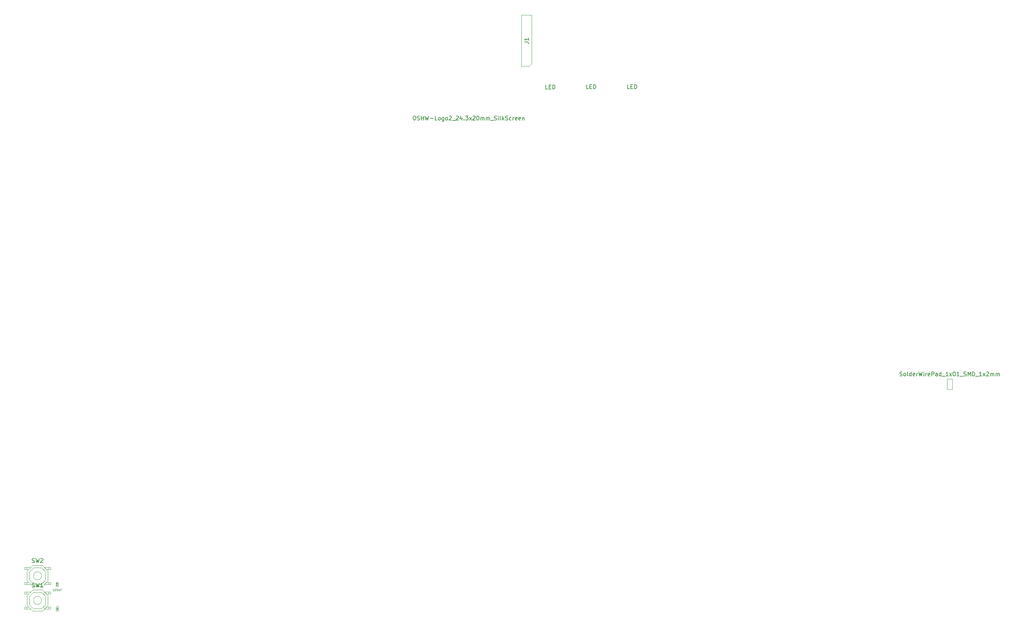
<source format=gbr>
G04 #@! TF.GenerationSoftware,KiCad,Pcbnew,9.0.0*
G04 #@! TF.CreationDate,2025-04-22T01:26:24+02:00*
G04 #@! TF.ProjectId,takt11800,74616b74-3131-4383-9030-2e6b69636164,1.0.0*
G04 #@! TF.SameCoordinates,Original*
G04 #@! TF.FileFunction,AssemblyDrawing,Top*
%FSLAX46Y46*%
G04 Gerber Fmt 4.6, Leading zero omitted, Abs format (unit mm)*
G04 Created by KiCad (PCBNEW 9.0.0) date 2025-04-22 01:26:24*
%MOMM*%
%LPD*%
G01*
G04 APERTURE LIST*
%ADD10C,0.150000*%
%ADD11C,0.040000*%
%ADD12C,0.050000*%
%ADD13C,0.100000*%
G04 APERTURE END LIST*
D10*
X296227142Y-89944819D02*
X295750952Y-89944819D01*
X295750952Y-89944819D02*
X295750952Y-88944819D01*
X296560476Y-89421009D02*
X296893809Y-89421009D01*
X297036666Y-89944819D02*
X296560476Y-89944819D01*
X296560476Y-89944819D02*
X296560476Y-88944819D01*
X296560476Y-88944819D02*
X297036666Y-88944819D01*
X297465238Y-89944819D02*
X297465238Y-88944819D01*
X297465238Y-88944819D02*
X297703333Y-88944819D01*
X297703333Y-88944819D02*
X297846190Y-88992438D01*
X297846190Y-88992438D02*
X297941428Y-89087676D01*
X297941428Y-89087676D02*
X297989047Y-89182914D01*
X297989047Y-89182914D02*
X298036666Y-89373390D01*
X298036666Y-89373390D02*
X298036666Y-89516247D01*
X298036666Y-89516247D02*
X297989047Y-89706723D01*
X297989047Y-89706723D02*
X297941428Y-89801961D01*
X297941428Y-89801961D02*
X297846190Y-89897200D01*
X297846190Y-89897200D02*
X297703333Y-89944819D01*
X297703333Y-89944819D02*
X297465238Y-89944819D01*
X306317142Y-89904819D02*
X305840952Y-89904819D01*
X305840952Y-89904819D02*
X305840952Y-88904819D01*
X306650476Y-89381009D02*
X306983809Y-89381009D01*
X307126666Y-89904819D02*
X306650476Y-89904819D01*
X306650476Y-89904819D02*
X306650476Y-88904819D01*
X306650476Y-88904819D02*
X307126666Y-88904819D01*
X307555238Y-89904819D02*
X307555238Y-88904819D01*
X307555238Y-88904819D02*
X307793333Y-88904819D01*
X307793333Y-88904819D02*
X307936190Y-88952438D01*
X307936190Y-88952438D02*
X308031428Y-89047676D01*
X308031428Y-89047676D02*
X308079047Y-89142914D01*
X308079047Y-89142914D02*
X308126666Y-89333390D01*
X308126666Y-89333390D02*
X308126666Y-89476247D01*
X308126666Y-89476247D02*
X308079047Y-89666723D01*
X308079047Y-89666723D02*
X308031428Y-89761961D01*
X308031428Y-89761961D02*
X307936190Y-89857200D01*
X307936190Y-89857200D02*
X307793333Y-89904819D01*
X307793333Y-89904819D02*
X307555238Y-89904819D01*
X316477142Y-89904819D02*
X316000952Y-89904819D01*
X316000952Y-89904819D02*
X316000952Y-88904819D01*
X316810476Y-89381009D02*
X317143809Y-89381009D01*
X317286666Y-89904819D02*
X316810476Y-89904819D01*
X316810476Y-89904819D02*
X316810476Y-88904819D01*
X316810476Y-88904819D02*
X317286666Y-88904819D01*
X317715238Y-89904819D02*
X317715238Y-88904819D01*
X317715238Y-88904819D02*
X317953333Y-88904819D01*
X317953333Y-88904819D02*
X318096190Y-88952438D01*
X318096190Y-88952438D02*
X318191428Y-89047676D01*
X318191428Y-89047676D02*
X318239047Y-89142914D01*
X318239047Y-89142914D02*
X318286666Y-89333390D01*
X318286666Y-89333390D02*
X318286666Y-89476247D01*
X318286666Y-89476247D02*
X318239047Y-89666723D01*
X318239047Y-89666723D02*
X318191428Y-89761961D01*
X318191428Y-89761961D02*
X318096190Y-89857200D01*
X318096190Y-89857200D02*
X317953333Y-89904819D01*
X317953333Y-89904819D02*
X317715238Y-89904819D01*
X168466669Y-213547196D02*
X168609526Y-213594815D01*
X168609526Y-213594815D02*
X168847621Y-213594815D01*
X168847621Y-213594815D02*
X168942859Y-213547196D01*
X168942859Y-213547196D02*
X168990478Y-213499576D01*
X168990478Y-213499576D02*
X169038097Y-213404338D01*
X169038097Y-213404338D02*
X169038097Y-213309100D01*
X169038097Y-213309100D02*
X168990478Y-213213862D01*
X168990478Y-213213862D02*
X168942859Y-213166243D01*
X168942859Y-213166243D02*
X168847621Y-213118624D01*
X168847621Y-213118624D02*
X168657145Y-213071005D01*
X168657145Y-213071005D02*
X168561907Y-213023386D01*
X168561907Y-213023386D02*
X168514288Y-212975767D01*
X168514288Y-212975767D02*
X168466669Y-212880529D01*
X168466669Y-212880529D02*
X168466669Y-212785291D01*
X168466669Y-212785291D02*
X168514288Y-212690053D01*
X168514288Y-212690053D02*
X168561907Y-212642434D01*
X168561907Y-212642434D02*
X168657145Y-212594815D01*
X168657145Y-212594815D02*
X168895240Y-212594815D01*
X168895240Y-212594815D02*
X169038097Y-212642434D01*
X169371431Y-212594815D02*
X169609526Y-213594815D01*
X169609526Y-213594815D02*
X169800002Y-212880529D01*
X169800002Y-212880529D02*
X169990478Y-213594815D01*
X169990478Y-213594815D02*
X170228574Y-212594815D01*
X171133335Y-213594815D02*
X170561907Y-213594815D01*
X170847621Y-213594815D02*
X170847621Y-212594815D01*
X170847621Y-212594815D02*
X170752383Y-212737672D01*
X170752383Y-212737672D02*
X170657145Y-212832910D01*
X170657145Y-212832910D02*
X170561907Y-212880529D01*
X290464819Y-78293333D02*
X291179104Y-78293333D01*
X291179104Y-78293333D02*
X291321961Y-78340952D01*
X291321961Y-78340952D02*
X291417200Y-78436190D01*
X291417200Y-78436190D02*
X291464819Y-78579047D01*
X291464819Y-78579047D02*
X291464819Y-78674285D01*
X291464819Y-77293333D02*
X291464819Y-77864761D01*
X291464819Y-77579047D02*
X290464819Y-77579047D01*
X290464819Y-77579047D02*
X290607676Y-77674285D01*
X290607676Y-77674285D02*
X290702914Y-77769523D01*
X290702914Y-77769523D02*
X290750533Y-77864761D01*
D11*
X174808200Y-218993332D02*
X174684391Y-219079999D01*
X174808200Y-219141904D02*
X174548200Y-219141904D01*
X174548200Y-219141904D02*
X174548200Y-219042856D01*
X174548200Y-219042856D02*
X174560581Y-219018094D01*
X174560581Y-219018094D02*
X174572962Y-219005713D01*
X174572962Y-219005713D02*
X174597724Y-218993332D01*
X174597724Y-218993332D02*
X174634867Y-218993332D01*
X174634867Y-218993332D02*
X174659629Y-219005713D01*
X174659629Y-219005713D02*
X174672010Y-219018094D01*
X174672010Y-219018094D02*
X174684391Y-219042856D01*
X174684391Y-219042856D02*
X174684391Y-219141904D01*
X174548200Y-218770475D02*
X174548200Y-218819999D01*
X174548200Y-218819999D02*
X174560581Y-218844761D01*
X174560581Y-218844761D02*
X174572962Y-218857142D01*
X174572962Y-218857142D02*
X174610105Y-218881904D01*
X174610105Y-218881904D02*
X174659629Y-218894285D01*
X174659629Y-218894285D02*
X174758677Y-218894285D01*
X174758677Y-218894285D02*
X174783439Y-218881904D01*
X174783439Y-218881904D02*
X174795820Y-218869523D01*
X174795820Y-218869523D02*
X174808200Y-218844761D01*
X174808200Y-218844761D02*
X174808200Y-218795237D01*
X174808200Y-218795237D02*
X174795820Y-218770475D01*
X174795820Y-218770475D02*
X174783439Y-218758094D01*
X174783439Y-218758094D02*
X174758677Y-218745713D01*
X174758677Y-218745713D02*
X174696772Y-218745713D01*
X174696772Y-218745713D02*
X174672010Y-218758094D01*
X174672010Y-218758094D02*
X174659629Y-218770475D01*
X174659629Y-218770475D02*
X174647248Y-218795237D01*
X174647248Y-218795237D02*
X174647248Y-218844761D01*
X174647248Y-218844761D02*
X174659629Y-218869523D01*
X174659629Y-218869523D02*
X174672010Y-218881904D01*
X174672010Y-218881904D02*
X174696772Y-218894285D01*
D10*
X263102380Y-96674819D02*
X263292856Y-96674819D01*
X263292856Y-96674819D02*
X263388094Y-96722438D01*
X263388094Y-96722438D02*
X263483332Y-96817676D01*
X263483332Y-96817676D02*
X263530951Y-97008152D01*
X263530951Y-97008152D02*
X263530951Y-97341485D01*
X263530951Y-97341485D02*
X263483332Y-97531961D01*
X263483332Y-97531961D02*
X263388094Y-97627200D01*
X263388094Y-97627200D02*
X263292856Y-97674819D01*
X263292856Y-97674819D02*
X263102380Y-97674819D01*
X263102380Y-97674819D02*
X263007142Y-97627200D01*
X263007142Y-97627200D02*
X262911904Y-97531961D01*
X262911904Y-97531961D02*
X262864285Y-97341485D01*
X262864285Y-97341485D02*
X262864285Y-97008152D01*
X262864285Y-97008152D02*
X262911904Y-96817676D01*
X262911904Y-96817676D02*
X263007142Y-96722438D01*
X263007142Y-96722438D02*
X263102380Y-96674819D01*
X263911904Y-97627200D02*
X264054761Y-97674819D01*
X264054761Y-97674819D02*
X264292856Y-97674819D01*
X264292856Y-97674819D02*
X264388094Y-97627200D01*
X264388094Y-97627200D02*
X264435713Y-97579580D01*
X264435713Y-97579580D02*
X264483332Y-97484342D01*
X264483332Y-97484342D02*
X264483332Y-97389104D01*
X264483332Y-97389104D02*
X264435713Y-97293866D01*
X264435713Y-97293866D02*
X264388094Y-97246247D01*
X264388094Y-97246247D02*
X264292856Y-97198628D01*
X264292856Y-97198628D02*
X264102380Y-97151009D01*
X264102380Y-97151009D02*
X264007142Y-97103390D01*
X264007142Y-97103390D02*
X263959523Y-97055771D01*
X263959523Y-97055771D02*
X263911904Y-96960533D01*
X263911904Y-96960533D02*
X263911904Y-96865295D01*
X263911904Y-96865295D02*
X263959523Y-96770057D01*
X263959523Y-96770057D02*
X264007142Y-96722438D01*
X264007142Y-96722438D02*
X264102380Y-96674819D01*
X264102380Y-96674819D02*
X264340475Y-96674819D01*
X264340475Y-96674819D02*
X264483332Y-96722438D01*
X264911904Y-97674819D02*
X264911904Y-96674819D01*
X264911904Y-97151009D02*
X265483332Y-97151009D01*
X265483332Y-97674819D02*
X265483332Y-96674819D01*
X265864285Y-96674819D02*
X266102380Y-97674819D01*
X266102380Y-97674819D02*
X266292856Y-96960533D01*
X266292856Y-96960533D02*
X266483332Y-97674819D01*
X266483332Y-97674819D02*
X266721428Y-96674819D01*
X267102380Y-97293866D02*
X267864285Y-97293866D01*
X268816665Y-97674819D02*
X268340475Y-97674819D01*
X268340475Y-97674819D02*
X268340475Y-96674819D01*
X269292856Y-97674819D02*
X269197618Y-97627200D01*
X269197618Y-97627200D02*
X269149999Y-97579580D01*
X269149999Y-97579580D02*
X269102380Y-97484342D01*
X269102380Y-97484342D02*
X269102380Y-97198628D01*
X269102380Y-97198628D02*
X269149999Y-97103390D01*
X269149999Y-97103390D02*
X269197618Y-97055771D01*
X269197618Y-97055771D02*
X269292856Y-97008152D01*
X269292856Y-97008152D02*
X269435713Y-97008152D01*
X269435713Y-97008152D02*
X269530951Y-97055771D01*
X269530951Y-97055771D02*
X269578570Y-97103390D01*
X269578570Y-97103390D02*
X269626189Y-97198628D01*
X269626189Y-97198628D02*
X269626189Y-97484342D01*
X269626189Y-97484342D02*
X269578570Y-97579580D01*
X269578570Y-97579580D02*
X269530951Y-97627200D01*
X269530951Y-97627200D02*
X269435713Y-97674819D01*
X269435713Y-97674819D02*
X269292856Y-97674819D01*
X270483332Y-97008152D02*
X270483332Y-97817676D01*
X270483332Y-97817676D02*
X270435713Y-97912914D01*
X270435713Y-97912914D02*
X270388094Y-97960533D01*
X270388094Y-97960533D02*
X270292856Y-98008152D01*
X270292856Y-98008152D02*
X270149999Y-98008152D01*
X270149999Y-98008152D02*
X270054761Y-97960533D01*
X270483332Y-97627200D02*
X270388094Y-97674819D01*
X270388094Y-97674819D02*
X270197618Y-97674819D01*
X270197618Y-97674819D02*
X270102380Y-97627200D01*
X270102380Y-97627200D02*
X270054761Y-97579580D01*
X270054761Y-97579580D02*
X270007142Y-97484342D01*
X270007142Y-97484342D02*
X270007142Y-97198628D01*
X270007142Y-97198628D02*
X270054761Y-97103390D01*
X270054761Y-97103390D02*
X270102380Y-97055771D01*
X270102380Y-97055771D02*
X270197618Y-97008152D01*
X270197618Y-97008152D02*
X270388094Y-97008152D01*
X270388094Y-97008152D02*
X270483332Y-97055771D01*
X271102380Y-97674819D02*
X271007142Y-97627200D01*
X271007142Y-97627200D02*
X270959523Y-97579580D01*
X270959523Y-97579580D02*
X270911904Y-97484342D01*
X270911904Y-97484342D02*
X270911904Y-97198628D01*
X270911904Y-97198628D02*
X270959523Y-97103390D01*
X270959523Y-97103390D02*
X271007142Y-97055771D01*
X271007142Y-97055771D02*
X271102380Y-97008152D01*
X271102380Y-97008152D02*
X271245237Y-97008152D01*
X271245237Y-97008152D02*
X271340475Y-97055771D01*
X271340475Y-97055771D02*
X271388094Y-97103390D01*
X271388094Y-97103390D02*
X271435713Y-97198628D01*
X271435713Y-97198628D02*
X271435713Y-97484342D01*
X271435713Y-97484342D02*
X271388094Y-97579580D01*
X271388094Y-97579580D02*
X271340475Y-97627200D01*
X271340475Y-97627200D02*
X271245237Y-97674819D01*
X271245237Y-97674819D02*
X271102380Y-97674819D01*
X271816666Y-96770057D02*
X271864285Y-96722438D01*
X271864285Y-96722438D02*
X271959523Y-96674819D01*
X271959523Y-96674819D02*
X272197618Y-96674819D01*
X272197618Y-96674819D02*
X272292856Y-96722438D01*
X272292856Y-96722438D02*
X272340475Y-96770057D01*
X272340475Y-96770057D02*
X272388094Y-96865295D01*
X272388094Y-96865295D02*
X272388094Y-96960533D01*
X272388094Y-96960533D02*
X272340475Y-97103390D01*
X272340475Y-97103390D02*
X271769047Y-97674819D01*
X271769047Y-97674819D02*
X272388094Y-97674819D01*
X272578571Y-97770057D02*
X273340475Y-97770057D01*
X273530952Y-96770057D02*
X273578571Y-96722438D01*
X273578571Y-96722438D02*
X273673809Y-96674819D01*
X273673809Y-96674819D02*
X273911904Y-96674819D01*
X273911904Y-96674819D02*
X274007142Y-96722438D01*
X274007142Y-96722438D02*
X274054761Y-96770057D01*
X274054761Y-96770057D02*
X274102380Y-96865295D01*
X274102380Y-96865295D02*
X274102380Y-96960533D01*
X274102380Y-96960533D02*
X274054761Y-97103390D01*
X274054761Y-97103390D02*
X273483333Y-97674819D01*
X273483333Y-97674819D02*
X274102380Y-97674819D01*
X274959523Y-97008152D02*
X274959523Y-97674819D01*
X274721428Y-96627200D02*
X274483333Y-97341485D01*
X274483333Y-97341485D02*
X275102380Y-97341485D01*
X275483333Y-97579580D02*
X275530952Y-97627200D01*
X275530952Y-97627200D02*
X275483333Y-97674819D01*
X275483333Y-97674819D02*
X275435714Y-97627200D01*
X275435714Y-97627200D02*
X275483333Y-97579580D01*
X275483333Y-97579580D02*
X275483333Y-97674819D01*
X275864285Y-96674819D02*
X276483332Y-96674819D01*
X276483332Y-96674819D02*
X276149999Y-97055771D01*
X276149999Y-97055771D02*
X276292856Y-97055771D01*
X276292856Y-97055771D02*
X276388094Y-97103390D01*
X276388094Y-97103390D02*
X276435713Y-97151009D01*
X276435713Y-97151009D02*
X276483332Y-97246247D01*
X276483332Y-97246247D02*
X276483332Y-97484342D01*
X276483332Y-97484342D02*
X276435713Y-97579580D01*
X276435713Y-97579580D02*
X276388094Y-97627200D01*
X276388094Y-97627200D02*
X276292856Y-97674819D01*
X276292856Y-97674819D02*
X276007142Y-97674819D01*
X276007142Y-97674819D02*
X275911904Y-97627200D01*
X275911904Y-97627200D02*
X275864285Y-97579580D01*
X276816666Y-97674819D02*
X277340475Y-97008152D01*
X276816666Y-97008152D02*
X277340475Y-97674819D01*
X277673809Y-96770057D02*
X277721428Y-96722438D01*
X277721428Y-96722438D02*
X277816666Y-96674819D01*
X277816666Y-96674819D02*
X278054761Y-96674819D01*
X278054761Y-96674819D02*
X278149999Y-96722438D01*
X278149999Y-96722438D02*
X278197618Y-96770057D01*
X278197618Y-96770057D02*
X278245237Y-96865295D01*
X278245237Y-96865295D02*
X278245237Y-96960533D01*
X278245237Y-96960533D02*
X278197618Y-97103390D01*
X278197618Y-97103390D02*
X277626190Y-97674819D01*
X277626190Y-97674819D02*
X278245237Y-97674819D01*
X278864285Y-96674819D02*
X278959523Y-96674819D01*
X278959523Y-96674819D02*
X279054761Y-96722438D01*
X279054761Y-96722438D02*
X279102380Y-96770057D01*
X279102380Y-96770057D02*
X279149999Y-96865295D01*
X279149999Y-96865295D02*
X279197618Y-97055771D01*
X279197618Y-97055771D02*
X279197618Y-97293866D01*
X279197618Y-97293866D02*
X279149999Y-97484342D01*
X279149999Y-97484342D02*
X279102380Y-97579580D01*
X279102380Y-97579580D02*
X279054761Y-97627200D01*
X279054761Y-97627200D02*
X278959523Y-97674819D01*
X278959523Y-97674819D02*
X278864285Y-97674819D01*
X278864285Y-97674819D02*
X278769047Y-97627200D01*
X278769047Y-97627200D02*
X278721428Y-97579580D01*
X278721428Y-97579580D02*
X278673809Y-97484342D01*
X278673809Y-97484342D02*
X278626190Y-97293866D01*
X278626190Y-97293866D02*
X278626190Y-97055771D01*
X278626190Y-97055771D02*
X278673809Y-96865295D01*
X278673809Y-96865295D02*
X278721428Y-96770057D01*
X278721428Y-96770057D02*
X278769047Y-96722438D01*
X278769047Y-96722438D02*
X278864285Y-96674819D01*
X279626190Y-97674819D02*
X279626190Y-97008152D01*
X279626190Y-97103390D02*
X279673809Y-97055771D01*
X279673809Y-97055771D02*
X279769047Y-97008152D01*
X279769047Y-97008152D02*
X279911904Y-97008152D01*
X279911904Y-97008152D02*
X280007142Y-97055771D01*
X280007142Y-97055771D02*
X280054761Y-97151009D01*
X280054761Y-97151009D02*
X280054761Y-97674819D01*
X280054761Y-97151009D02*
X280102380Y-97055771D01*
X280102380Y-97055771D02*
X280197618Y-97008152D01*
X280197618Y-97008152D02*
X280340475Y-97008152D01*
X280340475Y-97008152D02*
X280435714Y-97055771D01*
X280435714Y-97055771D02*
X280483333Y-97151009D01*
X280483333Y-97151009D02*
X280483333Y-97674819D01*
X280959523Y-97674819D02*
X280959523Y-97008152D01*
X280959523Y-97103390D02*
X281007142Y-97055771D01*
X281007142Y-97055771D02*
X281102380Y-97008152D01*
X281102380Y-97008152D02*
X281245237Y-97008152D01*
X281245237Y-97008152D02*
X281340475Y-97055771D01*
X281340475Y-97055771D02*
X281388094Y-97151009D01*
X281388094Y-97151009D02*
X281388094Y-97674819D01*
X281388094Y-97151009D02*
X281435713Y-97055771D01*
X281435713Y-97055771D02*
X281530951Y-97008152D01*
X281530951Y-97008152D02*
X281673808Y-97008152D01*
X281673808Y-97008152D02*
X281769047Y-97055771D01*
X281769047Y-97055771D02*
X281816666Y-97151009D01*
X281816666Y-97151009D02*
X281816666Y-97674819D01*
X282054761Y-97770057D02*
X282816665Y-97770057D01*
X283007142Y-97627200D02*
X283149999Y-97674819D01*
X283149999Y-97674819D02*
X283388094Y-97674819D01*
X283388094Y-97674819D02*
X283483332Y-97627200D01*
X283483332Y-97627200D02*
X283530951Y-97579580D01*
X283530951Y-97579580D02*
X283578570Y-97484342D01*
X283578570Y-97484342D02*
X283578570Y-97389104D01*
X283578570Y-97389104D02*
X283530951Y-97293866D01*
X283530951Y-97293866D02*
X283483332Y-97246247D01*
X283483332Y-97246247D02*
X283388094Y-97198628D01*
X283388094Y-97198628D02*
X283197618Y-97151009D01*
X283197618Y-97151009D02*
X283102380Y-97103390D01*
X283102380Y-97103390D02*
X283054761Y-97055771D01*
X283054761Y-97055771D02*
X283007142Y-96960533D01*
X283007142Y-96960533D02*
X283007142Y-96865295D01*
X283007142Y-96865295D02*
X283054761Y-96770057D01*
X283054761Y-96770057D02*
X283102380Y-96722438D01*
X283102380Y-96722438D02*
X283197618Y-96674819D01*
X283197618Y-96674819D02*
X283435713Y-96674819D01*
X283435713Y-96674819D02*
X283578570Y-96722438D01*
X284007142Y-97674819D02*
X284007142Y-97008152D01*
X284007142Y-96674819D02*
X283959523Y-96722438D01*
X283959523Y-96722438D02*
X284007142Y-96770057D01*
X284007142Y-96770057D02*
X284054761Y-96722438D01*
X284054761Y-96722438D02*
X284007142Y-96674819D01*
X284007142Y-96674819D02*
X284007142Y-96770057D01*
X284626189Y-97674819D02*
X284530951Y-97627200D01*
X284530951Y-97627200D02*
X284483332Y-97531961D01*
X284483332Y-97531961D02*
X284483332Y-96674819D01*
X285007142Y-97674819D02*
X285007142Y-96674819D01*
X285102380Y-97293866D02*
X285388094Y-97674819D01*
X285388094Y-97008152D02*
X285007142Y-97389104D01*
X285769047Y-97627200D02*
X285911904Y-97674819D01*
X285911904Y-97674819D02*
X286149999Y-97674819D01*
X286149999Y-97674819D02*
X286245237Y-97627200D01*
X286245237Y-97627200D02*
X286292856Y-97579580D01*
X286292856Y-97579580D02*
X286340475Y-97484342D01*
X286340475Y-97484342D02*
X286340475Y-97389104D01*
X286340475Y-97389104D02*
X286292856Y-97293866D01*
X286292856Y-97293866D02*
X286245237Y-97246247D01*
X286245237Y-97246247D02*
X286149999Y-97198628D01*
X286149999Y-97198628D02*
X285959523Y-97151009D01*
X285959523Y-97151009D02*
X285864285Y-97103390D01*
X285864285Y-97103390D02*
X285816666Y-97055771D01*
X285816666Y-97055771D02*
X285769047Y-96960533D01*
X285769047Y-96960533D02*
X285769047Y-96865295D01*
X285769047Y-96865295D02*
X285816666Y-96770057D01*
X285816666Y-96770057D02*
X285864285Y-96722438D01*
X285864285Y-96722438D02*
X285959523Y-96674819D01*
X285959523Y-96674819D02*
X286197618Y-96674819D01*
X286197618Y-96674819D02*
X286340475Y-96722438D01*
X287197618Y-97627200D02*
X287102380Y-97674819D01*
X287102380Y-97674819D02*
X286911904Y-97674819D01*
X286911904Y-97674819D02*
X286816666Y-97627200D01*
X286816666Y-97627200D02*
X286769047Y-97579580D01*
X286769047Y-97579580D02*
X286721428Y-97484342D01*
X286721428Y-97484342D02*
X286721428Y-97198628D01*
X286721428Y-97198628D02*
X286769047Y-97103390D01*
X286769047Y-97103390D02*
X286816666Y-97055771D01*
X286816666Y-97055771D02*
X286911904Y-97008152D01*
X286911904Y-97008152D02*
X287102380Y-97008152D01*
X287102380Y-97008152D02*
X287197618Y-97055771D01*
X287626190Y-97674819D02*
X287626190Y-97008152D01*
X287626190Y-97198628D02*
X287673809Y-97103390D01*
X287673809Y-97103390D02*
X287721428Y-97055771D01*
X287721428Y-97055771D02*
X287816666Y-97008152D01*
X287816666Y-97008152D02*
X287911904Y-97008152D01*
X288626190Y-97627200D02*
X288530952Y-97674819D01*
X288530952Y-97674819D02*
X288340476Y-97674819D01*
X288340476Y-97674819D02*
X288245238Y-97627200D01*
X288245238Y-97627200D02*
X288197619Y-97531961D01*
X288197619Y-97531961D02*
X288197619Y-97151009D01*
X288197619Y-97151009D02*
X288245238Y-97055771D01*
X288245238Y-97055771D02*
X288340476Y-97008152D01*
X288340476Y-97008152D02*
X288530952Y-97008152D01*
X288530952Y-97008152D02*
X288626190Y-97055771D01*
X288626190Y-97055771D02*
X288673809Y-97151009D01*
X288673809Y-97151009D02*
X288673809Y-97246247D01*
X288673809Y-97246247D02*
X288197619Y-97341485D01*
X289483333Y-97627200D02*
X289388095Y-97674819D01*
X289388095Y-97674819D02*
X289197619Y-97674819D01*
X289197619Y-97674819D02*
X289102381Y-97627200D01*
X289102381Y-97627200D02*
X289054762Y-97531961D01*
X289054762Y-97531961D02*
X289054762Y-97151009D01*
X289054762Y-97151009D02*
X289102381Y-97055771D01*
X289102381Y-97055771D02*
X289197619Y-97008152D01*
X289197619Y-97008152D02*
X289388095Y-97008152D01*
X289388095Y-97008152D02*
X289483333Y-97055771D01*
X289483333Y-97055771D02*
X289530952Y-97151009D01*
X289530952Y-97151009D02*
X289530952Y-97246247D01*
X289530952Y-97246247D02*
X289054762Y-97341485D01*
X289959524Y-97008152D02*
X289959524Y-97674819D01*
X289959524Y-97103390D02*
X290007143Y-97055771D01*
X290007143Y-97055771D02*
X290102381Y-97008152D01*
X290102381Y-97008152D02*
X290245238Y-97008152D01*
X290245238Y-97008152D02*
X290340476Y-97055771D01*
X290340476Y-97055771D02*
X290388095Y-97151009D01*
X290388095Y-97151009D02*
X290388095Y-97674819D01*
X168466669Y-207457196D02*
X168609526Y-207504815D01*
X168609526Y-207504815D02*
X168847621Y-207504815D01*
X168847621Y-207504815D02*
X168942859Y-207457196D01*
X168942859Y-207457196D02*
X168990478Y-207409576D01*
X168990478Y-207409576D02*
X169038097Y-207314338D01*
X169038097Y-207314338D02*
X169038097Y-207219100D01*
X169038097Y-207219100D02*
X168990478Y-207123862D01*
X168990478Y-207123862D02*
X168942859Y-207076243D01*
X168942859Y-207076243D02*
X168847621Y-207028624D01*
X168847621Y-207028624D02*
X168657145Y-206981005D01*
X168657145Y-206981005D02*
X168561907Y-206933386D01*
X168561907Y-206933386D02*
X168514288Y-206885767D01*
X168514288Y-206885767D02*
X168466669Y-206790529D01*
X168466669Y-206790529D02*
X168466669Y-206695291D01*
X168466669Y-206695291D02*
X168514288Y-206600053D01*
X168514288Y-206600053D02*
X168561907Y-206552434D01*
X168561907Y-206552434D02*
X168657145Y-206504815D01*
X168657145Y-206504815D02*
X168895240Y-206504815D01*
X168895240Y-206504815D02*
X169038097Y-206552434D01*
X169371431Y-206504815D02*
X169609526Y-207504815D01*
X169609526Y-207504815D02*
X169800002Y-206790529D01*
X169800002Y-206790529D02*
X169990478Y-207504815D01*
X169990478Y-207504815D02*
X170228574Y-206504815D01*
X170561907Y-206600053D02*
X170609526Y-206552434D01*
X170609526Y-206552434D02*
X170704764Y-206504815D01*
X170704764Y-206504815D02*
X170942859Y-206504815D01*
X170942859Y-206504815D02*
X171038097Y-206552434D01*
X171038097Y-206552434D02*
X171085716Y-206600053D01*
X171085716Y-206600053D02*
X171133335Y-206695291D01*
X171133335Y-206695291D02*
X171133335Y-206790529D01*
X171133335Y-206790529D02*
X171085716Y-206933386D01*
X171085716Y-206933386D02*
X170514288Y-207504815D01*
X170514288Y-207504815D02*
X171133335Y-207504815D01*
D12*
X173866191Y-214498709D02*
X173580477Y-214498709D01*
X173723334Y-214498709D02*
X173723334Y-213998709D01*
X173723334Y-213998709D02*
X173675715Y-214070138D01*
X173675715Y-214070138D02*
X173628096Y-214117757D01*
X173628096Y-214117757D02*
X173580477Y-214141566D01*
X174175714Y-213998709D02*
X174223333Y-213998709D01*
X174223333Y-213998709D02*
X174270952Y-214022519D01*
X174270952Y-214022519D02*
X174294762Y-214046328D01*
X174294762Y-214046328D02*
X174318571Y-214093947D01*
X174318571Y-214093947D02*
X174342381Y-214189185D01*
X174342381Y-214189185D02*
X174342381Y-214308233D01*
X174342381Y-214308233D02*
X174318571Y-214403471D01*
X174318571Y-214403471D02*
X174294762Y-214451090D01*
X174294762Y-214451090D02*
X174270952Y-214474900D01*
X174270952Y-214474900D02*
X174223333Y-214498709D01*
X174223333Y-214498709D02*
X174175714Y-214498709D01*
X174175714Y-214498709D02*
X174128095Y-214474900D01*
X174128095Y-214474900D02*
X174104286Y-214451090D01*
X174104286Y-214451090D02*
X174080476Y-214403471D01*
X174080476Y-214403471D02*
X174056667Y-214308233D01*
X174056667Y-214308233D02*
X174056667Y-214189185D01*
X174056667Y-214189185D02*
X174080476Y-214093947D01*
X174080476Y-214093947D02*
X174104286Y-214046328D01*
X174104286Y-214046328D02*
X174128095Y-214022519D01*
X174128095Y-214022519D02*
X174175714Y-213998709D01*
X174651904Y-213998709D02*
X174699523Y-213998709D01*
X174699523Y-213998709D02*
X174747142Y-214022519D01*
X174747142Y-214022519D02*
X174770952Y-214046328D01*
X174770952Y-214046328D02*
X174794761Y-214093947D01*
X174794761Y-214093947D02*
X174818571Y-214189185D01*
X174818571Y-214189185D02*
X174818571Y-214308233D01*
X174818571Y-214308233D02*
X174794761Y-214403471D01*
X174794761Y-214403471D02*
X174770952Y-214451090D01*
X174770952Y-214451090D02*
X174747142Y-214474900D01*
X174747142Y-214474900D02*
X174699523Y-214498709D01*
X174699523Y-214498709D02*
X174651904Y-214498709D01*
X174651904Y-214498709D02*
X174604285Y-214474900D01*
X174604285Y-214474900D02*
X174580476Y-214451090D01*
X174580476Y-214451090D02*
X174556666Y-214403471D01*
X174556666Y-214403471D02*
X174532857Y-214308233D01*
X174532857Y-214308233D02*
X174532857Y-214189185D01*
X174532857Y-214189185D02*
X174556666Y-214093947D01*
X174556666Y-214093947D02*
X174580476Y-214046328D01*
X174580476Y-214046328D02*
X174604285Y-214022519D01*
X174604285Y-214022519D02*
X174651904Y-213998709D01*
X175032856Y-214165376D02*
X175032856Y-214498709D01*
X175032856Y-214212995D02*
X175056666Y-214189185D01*
X175056666Y-214189185D02*
X175104285Y-214165376D01*
X175104285Y-214165376D02*
X175175713Y-214165376D01*
X175175713Y-214165376D02*
X175223332Y-214189185D01*
X175223332Y-214189185D02*
X175247142Y-214236804D01*
X175247142Y-214236804D02*
X175247142Y-214498709D01*
X175651904Y-214236804D02*
X175485237Y-214236804D01*
X175485237Y-214498709D02*
X175485237Y-213998709D01*
X175485237Y-213998709D02*
X175723332Y-213998709D01*
D11*
X174729765Y-213040714D02*
X174741670Y-213052618D01*
X174741670Y-213052618D02*
X174753574Y-213088333D01*
X174753574Y-213088333D02*
X174753574Y-213112142D01*
X174753574Y-213112142D02*
X174741670Y-213147856D01*
X174741670Y-213147856D02*
X174717860Y-213171666D01*
X174717860Y-213171666D02*
X174694050Y-213183571D01*
X174694050Y-213183571D02*
X174646431Y-213195475D01*
X174646431Y-213195475D02*
X174610717Y-213195475D01*
X174610717Y-213195475D02*
X174563098Y-213183571D01*
X174563098Y-213183571D02*
X174539289Y-213171666D01*
X174539289Y-213171666D02*
X174515479Y-213147856D01*
X174515479Y-213147856D02*
X174503574Y-213112142D01*
X174503574Y-213112142D02*
X174503574Y-213088333D01*
X174503574Y-213088333D02*
X174515479Y-213052618D01*
X174515479Y-213052618D02*
X174527384Y-213040714D01*
X174753574Y-212802618D02*
X174753574Y-212945475D01*
X174753574Y-212874047D02*
X174503574Y-212874047D01*
X174503574Y-212874047D02*
X174539289Y-212897856D01*
X174539289Y-212897856D02*
X174563098Y-212921666D01*
X174563098Y-212921666D02*
X174575003Y-212945475D01*
X174610717Y-212659761D02*
X174598812Y-212683571D01*
X174598812Y-212683571D02*
X174586908Y-212695476D01*
X174586908Y-212695476D02*
X174563098Y-212707380D01*
X174563098Y-212707380D02*
X174551193Y-212707380D01*
X174551193Y-212707380D02*
X174527384Y-212695476D01*
X174527384Y-212695476D02*
X174515479Y-212683571D01*
X174515479Y-212683571D02*
X174503574Y-212659761D01*
X174503574Y-212659761D02*
X174503574Y-212612142D01*
X174503574Y-212612142D02*
X174515479Y-212588333D01*
X174515479Y-212588333D02*
X174527384Y-212576428D01*
X174527384Y-212576428D02*
X174551193Y-212564523D01*
X174551193Y-212564523D02*
X174563098Y-212564523D01*
X174563098Y-212564523D02*
X174586908Y-212576428D01*
X174586908Y-212576428D02*
X174598812Y-212588333D01*
X174598812Y-212588333D02*
X174610717Y-212612142D01*
X174610717Y-212612142D02*
X174610717Y-212659761D01*
X174610717Y-212659761D02*
X174622622Y-212683571D01*
X174622622Y-212683571D02*
X174634527Y-212695476D01*
X174634527Y-212695476D02*
X174658336Y-212707380D01*
X174658336Y-212707380D02*
X174705955Y-212707380D01*
X174705955Y-212707380D02*
X174729765Y-212695476D01*
X174729765Y-212695476D02*
X174741670Y-212683571D01*
X174741670Y-212683571D02*
X174753574Y-212659761D01*
X174753574Y-212659761D02*
X174753574Y-212612142D01*
X174753574Y-212612142D02*
X174741670Y-212588333D01*
X174741670Y-212588333D02*
X174729765Y-212576428D01*
X174729765Y-212576428D02*
X174705955Y-212564523D01*
X174705955Y-212564523D02*
X174658336Y-212564523D01*
X174658336Y-212564523D02*
X174634527Y-212576428D01*
X174634527Y-212576428D02*
X174622622Y-212588333D01*
X174622622Y-212588333D02*
X174610717Y-212612142D01*
D10*
X383482856Y-161117200D02*
X383625713Y-161164819D01*
X383625713Y-161164819D02*
X383863808Y-161164819D01*
X383863808Y-161164819D02*
X383959046Y-161117200D01*
X383959046Y-161117200D02*
X384006665Y-161069580D01*
X384006665Y-161069580D02*
X384054284Y-160974342D01*
X384054284Y-160974342D02*
X384054284Y-160879104D01*
X384054284Y-160879104D02*
X384006665Y-160783866D01*
X384006665Y-160783866D02*
X383959046Y-160736247D01*
X383959046Y-160736247D02*
X383863808Y-160688628D01*
X383863808Y-160688628D02*
X383673332Y-160641009D01*
X383673332Y-160641009D02*
X383578094Y-160593390D01*
X383578094Y-160593390D02*
X383530475Y-160545771D01*
X383530475Y-160545771D02*
X383482856Y-160450533D01*
X383482856Y-160450533D02*
X383482856Y-160355295D01*
X383482856Y-160355295D02*
X383530475Y-160260057D01*
X383530475Y-160260057D02*
X383578094Y-160212438D01*
X383578094Y-160212438D02*
X383673332Y-160164819D01*
X383673332Y-160164819D02*
X383911427Y-160164819D01*
X383911427Y-160164819D02*
X384054284Y-160212438D01*
X384625713Y-161164819D02*
X384530475Y-161117200D01*
X384530475Y-161117200D02*
X384482856Y-161069580D01*
X384482856Y-161069580D02*
X384435237Y-160974342D01*
X384435237Y-160974342D02*
X384435237Y-160688628D01*
X384435237Y-160688628D02*
X384482856Y-160593390D01*
X384482856Y-160593390D02*
X384530475Y-160545771D01*
X384530475Y-160545771D02*
X384625713Y-160498152D01*
X384625713Y-160498152D02*
X384768570Y-160498152D01*
X384768570Y-160498152D02*
X384863808Y-160545771D01*
X384863808Y-160545771D02*
X384911427Y-160593390D01*
X384911427Y-160593390D02*
X384959046Y-160688628D01*
X384959046Y-160688628D02*
X384959046Y-160974342D01*
X384959046Y-160974342D02*
X384911427Y-161069580D01*
X384911427Y-161069580D02*
X384863808Y-161117200D01*
X384863808Y-161117200D02*
X384768570Y-161164819D01*
X384768570Y-161164819D02*
X384625713Y-161164819D01*
X385530475Y-161164819D02*
X385435237Y-161117200D01*
X385435237Y-161117200D02*
X385387618Y-161021961D01*
X385387618Y-161021961D02*
X385387618Y-160164819D01*
X386339999Y-161164819D02*
X386339999Y-160164819D01*
X386339999Y-161117200D02*
X386244761Y-161164819D01*
X386244761Y-161164819D02*
X386054285Y-161164819D01*
X386054285Y-161164819D02*
X385959047Y-161117200D01*
X385959047Y-161117200D02*
X385911428Y-161069580D01*
X385911428Y-161069580D02*
X385863809Y-160974342D01*
X385863809Y-160974342D02*
X385863809Y-160688628D01*
X385863809Y-160688628D02*
X385911428Y-160593390D01*
X385911428Y-160593390D02*
X385959047Y-160545771D01*
X385959047Y-160545771D02*
X386054285Y-160498152D01*
X386054285Y-160498152D02*
X386244761Y-160498152D01*
X386244761Y-160498152D02*
X386339999Y-160545771D01*
X387197142Y-161117200D02*
X387101904Y-161164819D01*
X387101904Y-161164819D02*
X386911428Y-161164819D01*
X386911428Y-161164819D02*
X386816190Y-161117200D01*
X386816190Y-161117200D02*
X386768571Y-161021961D01*
X386768571Y-161021961D02*
X386768571Y-160641009D01*
X386768571Y-160641009D02*
X386816190Y-160545771D01*
X386816190Y-160545771D02*
X386911428Y-160498152D01*
X386911428Y-160498152D02*
X387101904Y-160498152D01*
X387101904Y-160498152D02*
X387197142Y-160545771D01*
X387197142Y-160545771D02*
X387244761Y-160641009D01*
X387244761Y-160641009D02*
X387244761Y-160736247D01*
X387244761Y-160736247D02*
X386768571Y-160831485D01*
X387673333Y-161164819D02*
X387673333Y-160498152D01*
X387673333Y-160688628D02*
X387720952Y-160593390D01*
X387720952Y-160593390D02*
X387768571Y-160545771D01*
X387768571Y-160545771D02*
X387863809Y-160498152D01*
X387863809Y-160498152D02*
X387959047Y-160498152D01*
X388197143Y-160164819D02*
X388435238Y-161164819D01*
X388435238Y-161164819D02*
X388625714Y-160450533D01*
X388625714Y-160450533D02*
X388816190Y-161164819D01*
X388816190Y-161164819D02*
X389054286Y-160164819D01*
X389435238Y-161164819D02*
X389435238Y-160498152D01*
X389435238Y-160164819D02*
X389387619Y-160212438D01*
X389387619Y-160212438D02*
X389435238Y-160260057D01*
X389435238Y-160260057D02*
X389482857Y-160212438D01*
X389482857Y-160212438D02*
X389435238Y-160164819D01*
X389435238Y-160164819D02*
X389435238Y-160260057D01*
X389911428Y-161164819D02*
X389911428Y-160498152D01*
X389911428Y-160688628D02*
X389959047Y-160593390D01*
X389959047Y-160593390D02*
X390006666Y-160545771D01*
X390006666Y-160545771D02*
X390101904Y-160498152D01*
X390101904Y-160498152D02*
X390197142Y-160498152D01*
X390911428Y-161117200D02*
X390816190Y-161164819D01*
X390816190Y-161164819D02*
X390625714Y-161164819D01*
X390625714Y-161164819D02*
X390530476Y-161117200D01*
X390530476Y-161117200D02*
X390482857Y-161021961D01*
X390482857Y-161021961D02*
X390482857Y-160641009D01*
X390482857Y-160641009D02*
X390530476Y-160545771D01*
X390530476Y-160545771D02*
X390625714Y-160498152D01*
X390625714Y-160498152D02*
X390816190Y-160498152D01*
X390816190Y-160498152D02*
X390911428Y-160545771D01*
X390911428Y-160545771D02*
X390959047Y-160641009D01*
X390959047Y-160641009D02*
X390959047Y-160736247D01*
X390959047Y-160736247D02*
X390482857Y-160831485D01*
X391387619Y-161164819D02*
X391387619Y-160164819D01*
X391387619Y-160164819D02*
X391768571Y-160164819D01*
X391768571Y-160164819D02*
X391863809Y-160212438D01*
X391863809Y-160212438D02*
X391911428Y-160260057D01*
X391911428Y-160260057D02*
X391959047Y-160355295D01*
X391959047Y-160355295D02*
X391959047Y-160498152D01*
X391959047Y-160498152D02*
X391911428Y-160593390D01*
X391911428Y-160593390D02*
X391863809Y-160641009D01*
X391863809Y-160641009D02*
X391768571Y-160688628D01*
X391768571Y-160688628D02*
X391387619Y-160688628D01*
X392816190Y-161164819D02*
X392816190Y-160641009D01*
X392816190Y-160641009D02*
X392768571Y-160545771D01*
X392768571Y-160545771D02*
X392673333Y-160498152D01*
X392673333Y-160498152D02*
X392482857Y-160498152D01*
X392482857Y-160498152D02*
X392387619Y-160545771D01*
X392816190Y-161117200D02*
X392720952Y-161164819D01*
X392720952Y-161164819D02*
X392482857Y-161164819D01*
X392482857Y-161164819D02*
X392387619Y-161117200D01*
X392387619Y-161117200D02*
X392340000Y-161021961D01*
X392340000Y-161021961D02*
X392340000Y-160926723D01*
X392340000Y-160926723D02*
X392387619Y-160831485D01*
X392387619Y-160831485D02*
X392482857Y-160783866D01*
X392482857Y-160783866D02*
X392720952Y-160783866D01*
X392720952Y-160783866D02*
X392816190Y-160736247D01*
X393720952Y-161164819D02*
X393720952Y-160164819D01*
X393720952Y-161117200D02*
X393625714Y-161164819D01*
X393625714Y-161164819D02*
X393435238Y-161164819D01*
X393435238Y-161164819D02*
X393340000Y-161117200D01*
X393340000Y-161117200D02*
X393292381Y-161069580D01*
X393292381Y-161069580D02*
X393244762Y-160974342D01*
X393244762Y-160974342D02*
X393244762Y-160688628D01*
X393244762Y-160688628D02*
X393292381Y-160593390D01*
X393292381Y-160593390D02*
X393340000Y-160545771D01*
X393340000Y-160545771D02*
X393435238Y-160498152D01*
X393435238Y-160498152D02*
X393625714Y-160498152D01*
X393625714Y-160498152D02*
X393720952Y-160545771D01*
X393959048Y-161260057D02*
X394720952Y-161260057D01*
X395482857Y-161164819D02*
X394911429Y-161164819D01*
X395197143Y-161164819D02*
X395197143Y-160164819D01*
X395197143Y-160164819D02*
X395101905Y-160307676D01*
X395101905Y-160307676D02*
X395006667Y-160402914D01*
X395006667Y-160402914D02*
X394911429Y-160450533D01*
X395816191Y-161164819D02*
X396340000Y-160498152D01*
X395816191Y-160498152D02*
X396340000Y-161164819D01*
X396911429Y-160164819D02*
X397006667Y-160164819D01*
X397006667Y-160164819D02*
X397101905Y-160212438D01*
X397101905Y-160212438D02*
X397149524Y-160260057D01*
X397149524Y-160260057D02*
X397197143Y-160355295D01*
X397197143Y-160355295D02*
X397244762Y-160545771D01*
X397244762Y-160545771D02*
X397244762Y-160783866D01*
X397244762Y-160783866D02*
X397197143Y-160974342D01*
X397197143Y-160974342D02*
X397149524Y-161069580D01*
X397149524Y-161069580D02*
X397101905Y-161117200D01*
X397101905Y-161117200D02*
X397006667Y-161164819D01*
X397006667Y-161164819D02*
X396911429Y-161164819D01*
X396911429Y-161164819D02*
X396816191Y-161117200D01*
X396816191Y-161117200D02*
X396768572Y-161069580D01*
X396768572Y-161069580D02*
X396720953Y-160974342D01*
X396720953Y-160974342D02*
X396673334Y-160783866D01*
X396673334Y-160783866D02*
X396673334Y-160545771D01*
X396673334Y-160545771D02*
X396720953Y-160355295D01*
X396720953Y-160355295D02*
X396768572Y-160260057D01*
X396768572Y-160260057D02*
X396816191Y-160212438D01*
X396816191Y-160212438D02*
X396911429Y-160164819D01*
X398197143Y-161164819D02*
X397625715Y-161164819D01*
X397911429Y-161164819D02*
X397911429Y-160164819D01*
X397911429Y-160164819D02*
X397816191Y-160307676D01*
X397816191Y-160307676D02*
X397720953Y-160402914D01*
X397720953Y-160402914D02*
X397625715Y-160450533D01*
X398387620Y-161260057D02*
X399149524Y-161260057D01*
X399340001Y-161117200D02*
X399482858Y-161164819D01*
X399482858Y-161164819D02*
X399720953Y-161164819D01*
X399720953Y-161164819D02*
X399816191Y-161117200D01*
X399816191Y-161117200D02*
X399863810Y-161069580D01*
X399863810Y-161069580D02*
X399911429Y-160974342D01*
X399911429Y-160974342D02*
X399911429Y-160879104D01*
X399911429Y-160879104D02*
X399863810Y-160783866D01*
X399863810Y-160783866D02*
X399816191Y-160736247D01*
X399816191Y-160736247D02*
X399720953Y-160688628D01*
X399720953Y-160688628D02*
X399530477Y-160641009D01*
X399530477Y-160641009D02*
X399435239Y-160593390D01*
X399435239Y-160593390D02*
X399387620Y-160545771D01*
X399387620Y-160545771D02*
X399340001Y-160450533D01*
X399340001Y-160450533D02*
X399340001Y-160355295D01*
X399340001Y-160355295D02*
X399387620Y-160260057D01*
X399387620Y-160260057D02*
X399435239Y-160212438D01*
X399435239Y-160212438D02*
X399530477Y-160164819D01*
X399530477Y-160164819D02*
X399768572Y-160164819D01*
X399768572Y-160164819D02*
X399911429Y-160212438D01*
X400340001Y-161164819D02*
X400340001Y-160164819D01*
X400340001Y-160164819D02*
X400673334Y-160879104D01*
X400673334Y-160879104D02*
X401006667Y-160164819D01*
X401006667Y-160164819D02*
X401006667Y-161164819D01*
X401482858Y-161164819D02*
X401482858Y-160164819D01*
X401482858Y-160164819D02*
X401720953Y-160164819D01*
X401720953Y-160164819D02*
X401863810Y-160212438D01*
X401863810Y-160212438D02*
X401959048Y-160307676D01*
X401959048Y-160307676D02*
X402006667Y-160402914D01*
X402006667Y-160402914D02*
X402054286Y-160593390D01*
X402054286Y-160593390D02*
X402054286Y-160736247D01*
X402054286Y-160736247D02*
X402006667Y-160926723D01*
X402006667Y-160926723D02*
X401959048Y-161021961D01*
X401959048Y-161021961D02*
X401863810Y-161117200D01*
X401863810Y-161117200D02*
X401720953Y-161164819D01*
X401720953Y-161164819D02*
X401482858Y-161164819D01*
X402244763Y-161260057D02*
X403006667Y-161260057D01*
X403768572Y-161164819D02*
X403197144Y-161164819D01*
X403482858Y-161164819D02*
X403482858Y-160164819D01*
X403482858Y-160164819D02*
X403387620Y-160307676D01*
X403387620Y-160307676D02*
X403292382Y-160402914D01*
X403292382Y-160402914D02*
X403197144Y-160450533D01*
X404101906Y-161164819D02*
X404625715Y-160498152D01*
X404101906Y-160498152D02*
X404625715Y-161164819D01*
X404959049Y-160260057D02*
X405006668Y-160212438D01*
X405006668Y-160212438D02*
X405101906Y-160164819D01*
X405101906Y-160164819D02*
X405340001Y-160164819D01*
X405340001Y-160164819D02*
X405435239Y-160212438D01*
X405435239Y-160212438D02*
X405482858Y-160260057D01*
X405482858Y-160260057D02*
X405530477Y-160355295D01*
X405530477Y-160355295D02*
X405530477Y-160450533D01*
X405530477Y-160450533D02*
X405482858Y-160593390D01*
X405482858Y-160593390D02*
X404911430Y-161164819D01*
X404911430Y-161164819D02*
X405530477Y-161164819D01*
X405959049Y-161164819D02*
X405959049Y-160498152D01*
X405959049Y-160593390D02*
X406006668Y-160545771D01*
X406006668Y-160545771D02*
X406101906Y-160498152D01*
X406101906Y-160498152D02*
X406244763Y-160498152D01*
X406244763Y-160498152D02*
X406340001Y-160545771D01*
X406340001Y-160545771D02*
X406387620Y-160641009D01*
X406387620Y-160641009D02*
X406387620Y-161164819D01*
X406387620Y-160641009D02*
X406435239Y-160545771D01*
X406435239Y-160545771D02*
X406530477Y-160498152D01*
X406530477Y-160498152D02*
X406673334Y-160498152D01*
X406673334Y-160498152D02*
X406768573Y-160545771D01*
X406768573Y-160545771D02*
X406816192Y-160641009D01*
X406816192Y-160641009D02*
X406816192Y-161164819D01*
X407292382Y-161164819D02*
X407292382Y-160498152D01*
X407292382Y-160593390D02*
X407340001Y-160545771D01*
X407340001Y-160545771D02*
X407435239Y-160498152D01*
X407435239Y-160498152D02*
X407578096Y-160498152D01*
X407578096Y-160498152D02*
X407673334Y-160545771D01*
X407673334Y-160545771D02*
X407720953Y-160641009D01*
X407720953Y-160641009D02*
X407720953Y-161164819D01*
X407720953Y-160641009D02*
X407768572Y-160545771D01*
X407768572Y-160545771D02*
X407863810Y-160498152D01*
X407863810Y-160498152D02*
X408006667Y-160498152D01*
X408006667Y-160498152D02*
X408101906Y-160545771D01*
X408101906Y-160545771D02*
X408149525Y-160641009D01*
X408149525Y-160641009D02*
X408149525Y-161164819D01*
D13*
X166600000Y-214790000D02*
X168100000Y-214790000D01*
X166600000Y-215290000D02*
X166600000Y-214790000D01*
X166600000Y-218490000D02*
X166600000Y-218990000D01*
X166600000Y-218990000D02*
X168100000Y-218990000D01*
X167100000Y-215290000D02*
X167100000Y-214790000D01*
X167100000Y-218490000D02*
X167100000Y-218990000D01*
X167200000Y-215690000D02*
X168600000Y-214290000D01*
X167200000Y-218090000D02*
X167200000Y-215690000D01*
X167600000Y-215290000D02*
X166600000Y-215290000D01*
X167600000Y-218490000D02*
X166600000Y-218490000D01*
X167800000Y-215890000D02*
X167800000Y-217890000D01*
X167800000Y-217890000D02*
X168800000Y-218890000D01*
X168600000Y-214290000D02*
X171000000Y-214290000D01*
X168600000Y-219490000D02*
X167200000Y-218090000D01*
X168800000Y-214890000D02*
X167800000Y-215890000D01*
X168800000Y-218890000D02*
X170800000Y-218890000D01*
X170800000Y-214890000D02*
X168800000Y-214890000D01*
X170800000Y-218890000D02*
X171800000Y-217890000D01*
X171000000Y-214290000D02*
X172400000Y-215690000D01*
X171000000Y-219490000D02*
X168600000Y-219490000D01*
X171800000Y-215890000D02*
X170800000Y-214890000D01*
X171800000Y-217890000D02*
X171800000Y-215890000D01*
X172000000Y-215290000D02*
X173000000Y-215290000D01*
X172000000Y-218490000D02*
X173000000Y-218490000D01*
X172400000Y-215690000D02*
X172400000Y-218090000D01*
X172400000Y-218090000D02*
X171000000Y-219490000D01*
X172500000Y-215290000D02*
X172500000Y-214790000D01*
X172500000Y-218490000D02*
X172500000Y-218990000D01*
X173000000Y-214790000D02*
X171500000Y-214790000D01*
X173000000Y-215290000D02*
X173000000Y-214790000D01*
X173000000Y-218490000D02*
X173000000Y-218990000D01*
X173000000Y-218990000D02*
X171500000Y-218990000D01*
X170800000Y-216890000D02*
G75*
G02*
X168800000Y-216890000I-1000000J0D01*
G01*
X168800000Y-216890000D02*
G75*
G02*
X170800000Y-216890000I1000000J0D01*
G01*
X289740000Y-71610000D02*
X292280000Y-71610000D01*
X289740000Y-84310000D02*
X289740000Y-71610000D01*
X291645000Y-84310000D02*
X289740000Y-84310000D01*
X292280000Y-71610000D02*
X292280000Y-83675000D01*
X292280000Y-83675000D02*
X291645000Y-84310000D01*
X174420000Y-218425000D02*
X174420000Y-219475000D01*
X174420000Y-219475000D02*
X174960000Y-219475000D01*
X174960000Y-218425000D02*
X174420000Y-218425000D01*
X174960000Y-219475000D02*
X174960000Y-218425000D01*
X166600000Y-208700000D02*
X168100000Y-208700000D01*
X166600000Y-209200000D02*
X166600000Y-208700000D01*
X166600000Y-212400000D02*
X166600000Y-212900000D01*
X166600000Y-212900000D02*
X168100000Y-212900000D01*
X167100000Y-209200000D02*
X167100000Y-208700000D01*
X167100000Y-212400000D02*
X167100000Y-212900000D01*
X167200000Y-209600000D02*
X168600000Y-208200000D01*
X167200000Y-212000000D02*
X167200000Y-209600000D01*
X167600000Y-209200000D02*
X166600000Y-209200000D01*
X167600000Y-212400000D02*
X166600000Y-212400000D01*
X167800000Y-209800000D02*
X167800000Y-211800000D01*
X167800000Y-211800000D02*
X168800000Y-212800000D01*
X168600000Y-208200000D02*
X171000000Y-208200000D01*
X168600000Y-213400000D02*
X167200000Y-212000000D01*
X168800000Y-208800000D02*
X167800000Y-209800000D01*
X168800000Y-212800000D02*
X170800000Y-212800000D01*
X170800000Y-208800000D02*
X168800000Y-208800000D01*
X170800000Y-212800000D02*
X171800000Y-211800000D01*
X171000000Y-208200000D02*
X172400000Y-209600000D01*
X171000000Y-213400000D02*
X168600000Y-213400000D01*
X171800000Y-209800000D02*
X170800000Y-208800000D01*
X171800000Y-211800000D02*
X171800000Y-209800000D01*
X172000000Y-209200000D02*
X173000000Y-209200000D01*
X172000000Y-212400000D02*
X173000000Y-212400000D01*
X172400000Y-209600000D02*
X172400000Y-212000000D01*
X172400000Y-212000000D02*
X171000000Y-213400000D01*
X172500000Y-209200000D02*
X172500000Y-208700000D01*
X172500000Y-212400000D02*
X172500000Y-212900000D01*
X173000000Y-208700000D02*
X171500000Y-208700000D01*
X173000000Y-209200000D02*
X173000000Y-208700000D01*
X173000000Y-212400000D02*
X173000000Y-212900000D01*
X173000000Y-212900000D02*
X171500000Y-212900000D01*
X170800000Y-210800000D02*
G75*
G02*
X168800000Y-210800000I-1000000J0D01*
G01*
X168800000Y-210800000D02*
G75*
G02*
X170800000Y-210800000I1000000J0D01*
G01*
X174390000Y-212380000D02*
X174390000Y-213380000D01*
X174390000Y-213380000D02*
X174890000Y-213380000D01*
X174890000Y-212380000D02*
X174390000Y-212380000D01*
X174890000Y-213380000D02*
X174890000Y-212380000D01*
X395210000Y-161980000D02*
X396470000Y-161980000D01*
X395210000Y-164520000D02*
X395210000Y-161980000D01*
X396470000Y-161980000D02*
X396470000Y-164520000D01*
X396470000Y-164520000D02*
X395210000Y-164520000D01*
M02*

</source>
